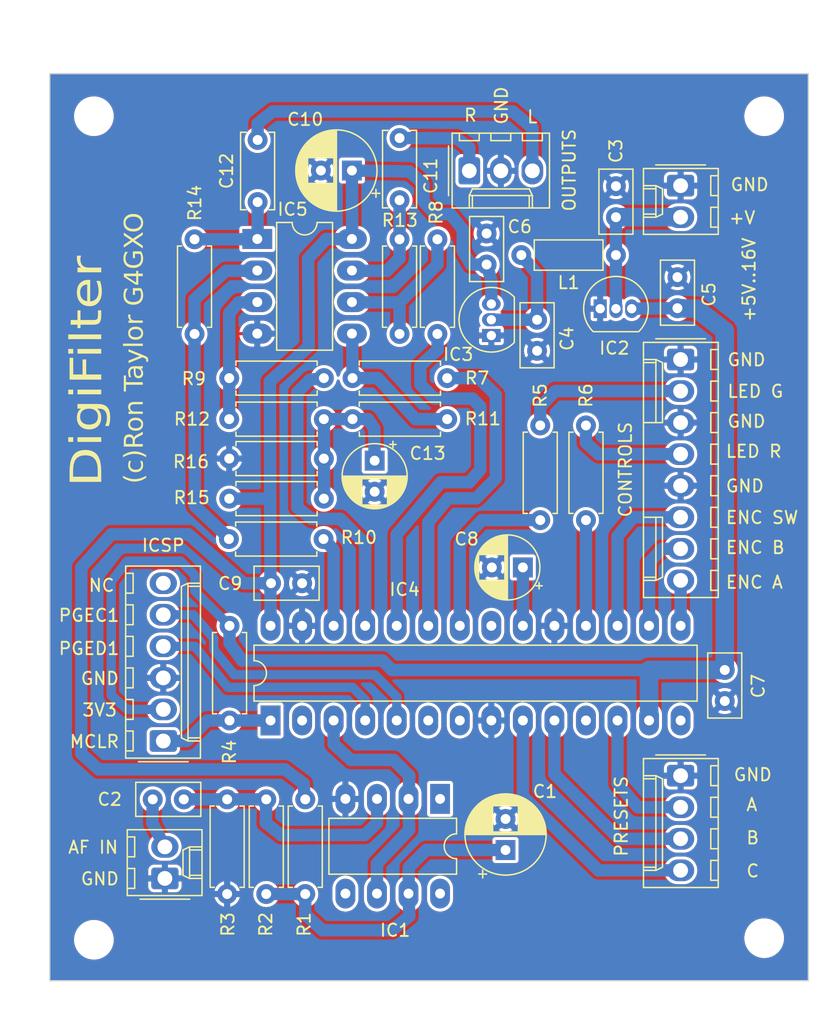
<source format=kicad_pcb>
(kicad_pcb (version 20240108) (generator "pcbnew") (generator_version "8.0")
  (layers (0 "F.Cu" signal) (31 "B.Cu" signal) (34 "B.Paste" user) (35 "F.Paste" user) (36 "B.SilkS" user "B.Silkscreen") (37 "F.SilkS" user "F.Silkscreen") (38 "B.Mask" user) (39 "F.Mask" user) (44 "Edge.Cuts" user))
  (net 0 "")
  (net 1 "+3.3V")
  (net 2 "GND")
  (net 3 "+3.3VA")
  (net 4 "MCLR")
  (net 5 "VMID")
  (net 6 "Net-(C12-Pad1)")
  (net 7 "Net-(C11-Pad1)")
  (net 10 "Net-(IC4-AN12{slash}DAC1RP{slash}RP12{slash}CN14{slash}PMD0{slash}RB12)")
  (net 11 "Net-(IC4-AN11{slash}DAC1RN{slash}RP13{slash}CN13{slash}PMRD{slash}RB13)")
  (net 12 "Net-(IC4-AN10{slash}DAC1LP{slash}RTCC{slash}RP14{slash}CN12{slash}PMWR{slash}RB14)")
  (net 13 "Net-(IC4-AN9{slash}DAC1LN{slash}RP15{slash}CN11{slash}PMCS1{slash}RB15)")
  (net 14 "Net-(IC5A--)")
  (net 15 "Net-(IC5A-+)")
  (net 16 "Net-(IC5B-+)")
  (net 17 "Net-(IC5B--)")
  (net 18 "Net-(IC1-V+)")
  (net 19 "Net-(IC1-+)")
  (net 21 "Net-(IC1--)")
  (net 27 "Net-(IC4-VCAP)")
  (net 28 "PGED1")
  (net 29 "PGEC1")
  (net 31 "Net-(IC4-PGEC2{slash}TMS{slash}RP11{slash}CN15{slash}PMD1{slash}RB11)")
  (net 32 "Net-(IC4-TDO{slash}SDA1{slash}RP9{slash}CN21{slash}PMD3{slash}RB9)")
  (net 33 "Net-(IC4-OSC1{slash}CLKI{slash}CN30{slash}RA2)")
  (net 34 "Net-(IC4-OSC2{slash}CLKO{slash}CN29{slash}PMA0{slash}RA3)")
  (net 35 "Net-(IC4-SOSCO{slash}T1CK{slash}CN0{slash}PMA1{slash}RA4)")
  (net 36 "Net-(IC2-VI)")
  (net 37 "Net-(IC3-VI)")
  (net 38 "Net-(J1-Pin_2)")
  (net 39 "Net-(J6-Pin_1)")
  (net 40 "Net-(J6-Pin_3)")
  (net 41 "Net-(IC4-PGEC3{slash}ASCL1{slash}RP6{slash}CN24{slash}PMD6{slash}RB6)")
  (net 42 "Net-(IC4-INT0{slash}RP7{slash}CN23{slash}PMD5{slash}RB7)")
  (net 43 "Net-(IC4-TCK{slash}SCL1{slash}RP8{slash}CN22{slash}PMD4{slash}RB8)")
  (net 45 "Net-(J5-Pin_4)")
  (net 46 "Net-(J5-Pin_2)")
  (footprint "Package_DIP:DIP-8_W7.62mm_LongPads" (layer "F.Cu") (at 148.2852 77.9526)
    (property "Reference" "IC5" (at 2.8448 -2.3876 0) (layer "F.SilkS"))
    (property "Value" "MCP6002")
    (pad "1" thru_hole rect (at 0 0) (size 2.4 1.6) (drill 0.8) (layers "*.Cu" "*.Mask") (net 6 "Net-(C12-Pad1)"))
    (pad "2" thru_hole oval (at 0 2.54) (size 2.4 1.6) (drill 0.8) (layers "*.Cu" "*.Mask") (net 14 "Net-(IC5A--)"))
    (pad "3" thru_hole oval (at 0 5.08) (size 2.4 1.6) (drill 0.8) (layers "*.Cu" "*.Mask") (net 15 "Net-(IC5A-+)"))
    (pad "4" thru_hole oval (at 0 7.62) (size 2.4 1.6) (drill 0.8) (layers "*.Cu" "*.Mask") (net 2 "GND"))
    (pad "5" thru_hole oval (at 7.62 7.62) (size 2.4 1.6) (drill 0.8) (layers "*.Cu" "*.Mask") (net 16 "Net-(IC5B-+)"))
    (pad "6" thru_hole oval (at 7.62 5.08) (size 2.4 1.6) (drill 0.8) (layers "*.Cu" "*.Mask") (net 17 "Net-(IC5B--)"))
    (pad "7" thru_hole oval (at 7.62 2.54) (size 2.4 1.6) (drill 0.8) (layers "*.Cu" "*.Mask") (net 7 "Net-(C11-Pad1)"))
    (pad "8" thru_hole oval (at 7.62 0) (size 2.4 1.6) (drill 0.8) (layers "*.Cu" "*.Mask") (net 3 "+3.3VA"))
  )
  (footprint "Capacitor_THT:C_Disc_D5.0mm_W2.5mm_P2.50mm" (layer "F.Cu") (at 139.867 123.063)
    (property "Reference" "C2" (at -3.469 0 0) (layer "F.SilkS"))
    (property "Value" "100nF")
    (pad "1" thru_hole circle (at 0 0) (size 1.6 1.6) (drill 0.8) (layers "*.Cu" "*.Mask") (net 38 "Net-(J1-Pin_2)"))
    (pad "2" thru_hole circle (at 2.5 0) (size 1.6 1.6) (drill 0.8) (layers "*.Cu" "*.Mask") (net 19 "Net-(IC1-+)"))
  )
  (footprint "Connector_Molex:Molex_KK-254_AE-6410-03A_1x03_P2.54mm_Vertical" (layer "F.Cu") (at 165.354 72.4662)
    (property "Reference" "J6" (hide yes))
    (property "Value" "AUDIO OUTPUTS")
    (pad "1" thru_hole roundrect (at 0 0) (size 1.74 2.19) (drill 1.19) (layers "*.Cu" "*.Mask") (roundrect_rratio 0.1436781609) (net 39 "Net-(J6-Pin_1)"))
    (pad "2" thru_hole oval (at 2.54 0) (size 1.74 2.19) (drill 1.19) (layers "*.Cu" "*.Mask") (net 2 "GND"))
    (pad "3" thru_hole oval (at 5.08 0) (size 1.74 2.19) (drill 1.19) (layers "*.Cu" "*.Mask") (net 40 "Net-(J6-Pin_3)"))
  )
  (footprint "Capacitor_THT:C_Disc_D5.0mm_W2.5mm_P2.50mm" (layer "F.Cu") (at 166.751 80.01 90)
    (property "Reference" "C6" (at 3.048 2.667 0) (layer "F.SilkS"))
    (property "Value" "100nF")
    (pad "1" thru_hole circle (at 0 0 90) (size 1.6 1.6) (drill 0.8) (layers "*.Cu" "*.Mask") (net 3 "+3.3VA"))
    (pad "2" thru_hole circle (at 2.5 0 90) (size 1.6 1.6) (drill 0.8) (layers "*.Cu" "*.Mask") (net 2 "GND"))
  )
  (footprint "Resistor_THT:R_Axial_DIN0207_L6.3mm_D2.5mm_P7.62mm_Horizontal" (layer "F.Cu") (at 155.956 92.456)
    (property "Reference" "R11" (at 10.4902 -0.0254 0) (layer "F.SilkS"))
    (property "Value" "10K")
    (pad "1" thru_hole circle (at 0 0) (size 1.6 1.6) (drill 0.8) (layers "*.Cu" "*.Mask") (net 5 "VMID"))
    (pad "2" thru_hole oval (at 7.62 0) (size 1.6 1.6) (drill 0.8) (layers "*.Cu" "*.Mask") (net 16 "Net-(IC5B-+)"))
  )
  (footprint "Resistor_THT:R_Axial_DIN0207_L6.3mm_D2.5mm_P7.62mm_Horizontal" (layer "F.Cu") (at 153.6446 92.456 180)
    (property "Reference" "R12" (at 10.6172 0 0) (layer "F.SilkS"))
    (property "Value" "10K")
    (pad "1" thru_hole circle (at 0 0 180) (size 1.6 1.6) (drill 0.8) (layers "*.Cu" "*.Mask") (net 5 "VMID"))
    (pad "2" thru_hole oval (at 7.62 0 180) (size 1.6 1.6) (drill 0.8) (layers "*.Cu" "*.Mask") (net 15 "Net-(IC5A-+)"))
  )
  (footprint "Resistor_THT:R_Axial_DIN0207_L6.3mm_D2.5mm_P7.62mm_Horizontal" (layer "F.Cu") (at 153.6192 102.108 180)
    (property "Reference" "R10" (at -2.8448 0.127 0) (layer "F.SilkS"))
    (property "Value" "10K")
    (pad "1" thru_hole circle (at 0 0 180) (size 1.6 1.6) (drill 0.8) (layers "*.Cu" "*.Mask") (net 13 "Net-(IC4-AN9{slash}DAC1LN{slash}RP15{slash}CN11{slash}PMCS1{slash}RB15)"))
    (pad "2" thru_hole oval (at 7.62 0 180) (size 1.6 1.6) (drill 0.8) (layers "*.Cu" "*.Mask") (net 14 "Net-(IC5A--)"))
  )
  (footprint "Resistor_THT:R_Axial_DIN0207_L6.3mm_D2.5mm_P7.62mm_Horizontal" (layer "F.Cu") (at 163.576 89.154 180)
    (property "Reference" "R7" (at -2.413 0 0) (layer "F.SilkS"))
    (property "Value" "10K")
    (pad "1" thru_hole circle (at 0 0 180) (size 1.6 1.6) (drill 0.8) (layers "*.Cu" "*.Mask") (net 10 "Net-(IC4-AN12{slash}DAC1RP{slash}RP12{slash}CN14{slash}PMD0{slash}RB12)"))
    (pad "2" thru_hole oval (at 7.62 0 180) (size 1.6 1.6) (drill 0.8) (layers "*.Cu" "*.Mask") (net 16 "Net-(IC5B-+)"))
  )
  (footprint "Capacitor_THT:C_Disc_D6.0mm_W2.5mm_P5.00mm" (layer "F.Cu") (at 148.3106 74.9808 90)
    (property "Reference" "C12" (at 2.5 -2.5 90) (layer "F.SilkS"))
    (property "Value" "0.47uF")
    (pad "1" thru_hole circle (at 0 0 90) (size 1.6 1.6) (drill 0.8) (layers "*.Cu" "*.Mask") (net 6 "Net-(C12-Pad1)"))
    (pad "2" thru_hole circle (at 5 0 90) (size 1.6 1.6) (drill 0.8) (layers "*.Cu" "*.Mask") (net 40 "Net-(J6-Pin_3)"))
  )
  (footprint "Connector_Molex:Molex_KK-254_AE-6410-04A_1x04_P2.54mm_Vertical" (layer "F.Cu") (at 182.372 121.158 -90)
    (property "Reference" "J3" (hide yes))
    (property "Value" "PRESETS")
    (pad "1" thru_hole roundrect (at 0 0 270) (size 1.74 2.19) (drill 1.19) (layers "*.Cu" "*.Mask") (roundrect_rratio 0.1436781609) (net 2 "GND"))
    (pad "2" thru_hole oval (at 2.54 0 270) (size 1.74 2.19) (drill 1.19) (layers "*.Cu" "*.Mask") (net 35 "Net-(IC4-SOSCO{slash}T1CK{slash}CN0{slash}PMA1{slash}RA4)"))
    (pad "3" thru_hole oval (at 5.08 0 270) (size 1.74 2.19) (drill 1.19) (layers "*.Cu" "*.Mask") (net 34 "Net-(IC4-OSC2{slash}CLKO{slash}CN29{slash}PMA0{slash}RA3)"))
    (pad "4" thru_hole oval (at 7.62 0 270) (size 1.74 2.19) (drill 1.19) (layers "*.Cu" "*.Mask") (net 33 "Net-(IC4-OSC1{slash}CLKI{slash}CN30{slash}RA2)"))
  )
  (footprint "Package_TO_SOT_THT:TO-92_Inline" (layer "F.Cu") (at 167.132 85.725 90)
    (property "Reference" "IC3" (at -1.524 -2.667 180) (layer "F.SilkS"))
    (property "Value" "MCP1702 +3V3")
    (pad "1" thru_hole rect (at 0 0 90) (size 1.05 1.5) (drill 0.75) (layers "*.Cu" "*.Mask") (net 2 "GND"))
    (pad "2" thru_hole oval (at 1.27 0 90) (size 1.05 1.5) (drill 0.75) (layers "*.Cu" "*.Mask") (net 37 "Net-(IC3-VI)"))
    (pad "3" thru_hole oval (at 2.54 0 90) (size 1.05 1.5) (drill 0.75) (layers "*.Cu" "*.Mask") (net 3 "+3.3VA"))
  )
  (footprint "Connector_Molex:Molex_KK-254_AE-6410-02A_1x02_P2.54mm_Vertical" (layer "F.Cu") (at 140.843 129.428 90)
    (property "Reference" "J1" (hide yes))
    (property "Value" "AF IN")
    (pad "1" thru_hole roundrect (at 0 0 90) (size 1.74 2.19) (drill 1.19) (layers "*.Cu" "*.Mask") (roundrect_rratio 0.1436781609) (net 2 "GND"))
    (pad "2" thru_hole oval (at 2.54 0 90) (size 1.74 2.19) (drill 1.19) (layers "*.Cu" "*.Mask") (net 38 "Net-(J1-Pin_2)"))
  )
  (footprint "MountingHole:MountingHole_2.7mm_M2.5" (layer "F.Cu") (at 189.103 134.239)
    (property "Reference" "H3" (hide yes))
    (property "Value" "MountingHole")
    (pad "" np_thru_hole circle (at 0 0) (size 2.7 2.7) (drill 2.7) (layers "*.Cu" "*.Mask"))
  )
  (footprint "Resistor_THT:R_Axial_DIN0207_L6.3mm_D2.5mm_P7.62mm_Horizontal" (layer "F.Cu") (at 174.752 100.584 90)
    (property "Reference" "R6" (at 10.033 0 90) (layer "F.SilkS"))
    (property "Value" "390R")
    (pad "1" thru_hole circle (at 0 0 90) (size 1.6 1.6) (drill 0.8) (layers "*.Cu" "*.Mask") (net 32 "Net-(IC4-TDO{slash}SDA1{slash}RP9{slash}CN21{slash}PMD3{slash}RB9)"))
    (pad "2" thru_hole oval (at 7.62 0 90) (size 1.6 1.6) (drill 0.8) (layers "*.Cu" "*.Mask") (net 45 "Net-(J5-Pin_4)"))
  )
  (footprint "Resistor_THT:R_Axial_DIN0207_L6.3mm_D2.5mm_P7.62mm_Horizontal" (layer "F.Cu") (at 145.8576 123.063 -90)
    (property "Reference" "R3" (at 10.0688 -0.0654 90) (layer "F.SilkS"))
    (property "Value" "10K" (hide yes))
    (pad "1" thru_hole circle (at 0 0 270) (size 1.6 1.6) (drill 0.8) (layers "*.Cu" "*.Mask") (net 19 "Net-(IC1-+)"))
    (pad "2" thru_hole oval (at 7.62 0 270) (size 1.6 1.6) (drill 0.8) (layers "*.Cu" "*.Mask") (net 2 "GND"))
  )
  (footprint "Resistor_THT:R_Axial_DIN0207_L6.3mm_D2.5mm_P7.62mm_Horizontal" (layer "F.Cu") (at 159.7406 77.978 -90)
    (property "Reference" "R13" (at -1.524 -0.0254 0) (layer "F.SilkS"))
    (property "Value" "10K")
    (pad "1" thru_hole circle (at 0 0 270) (size 1.6 1.6) (drill 0.8) (layers "*.Cu" "*.Mask") (net 7 "Net-(C11-Pad1)"))
    (pad "2" thru_hole oval (at 7.62 0 270) (size 1.6 1.6) (drill 0.8) (layers "*.Cu" "*.Mask") (net 17 "Net-(IC5B--)"))
  )
  (footprint "Capacitor_THT:CP_Radial_D5.0mm_P2.50mm" (layer "F.Cu") (at 157.734 95.798 -90)
    (property "Reference" "C13" (at -0.5842 -4.2672 180) (layer "F.SilkS"))
    (property "Value" "10uF")
    (pad "1" thru_hole rect (at 0 0 270) (size 1.6 1.6) (drill 0.8) (layers "*.Cu" "*.Mask") (net 5 "VMID"))
    (pad "2" thru_hole circle (at 2.5 0 270) (size 1.6 1.6) (drill 0.8) (layers "*.Cu" "*.Mask") (net 2 "GND"))
  )
  (footprint "Capacitor_THT:C_Disc_D5.0mm_W2.5mm_P2.50mm" (layer "F.Cu") (at 170.815 84.455 -90)
    (property "Reference" "C4" (at 1.524 -2.413 90) (layer "F.SilkS"))
    (property "Value" "100nF")
    (pad "1" thru_hole circle (at 0 0 270) (size 1.6 1.6) (drill 0.8) (layers "*.Cu" "*.Mask") (net 37 "Net-(IC3-VI)"))
    (pad "2" thru_hole circle (at 2.5 0 270) (size 1.6 1.6) (drill 0.8) (layers "*.Cu" "*.Mask") (net 2 "GND"))
  )
  (footprint "Resistor_THT:R_Axial_DIN0207_L6.3mm_D2.5mm_P7.62mm_Horizontal" (layer "F.Cu") (at 171.069 100.584 90)
    (property "Reference" "R5" (at 10.033 0 90) (layer "F.SilkS"))
    (property "Value" "390R")
    (pad "1" thru_hole circle (at 0 0 90) (size 1.6 1.6) (drill 0.8) (layers "*.Cu" "*.Mask") (net 31 "Net-(IC4-PGEC2{slash}TMS{slash}RP11{slash}CN15{slash}PMD1{slash}RB11)"))
    (pad "2" thru_hole oval (at 7.62 0 90) (size 1.6 1.6) (drill 0.8) (layers "*.Cu" "*.Mask") (net 46 "Net-(J5-Pin_2)"))
  )
  (footprint "Capacitor_THT:C_Disc_D5.0mm_W2.5mm_P2.50mm" (layer "F.Cu") (at 177.165 76.2 90)
    (property "Reference" "C3" (at 5.334 0 90) (layer "F.SilkS"))
    (property "Value" "100nF")
    (pad "1" thru_hole circle (at 0 0 90) (size 1.6 1.6) (drill 0.8) (layers "*.Cu" "*.Mask") (net 36 "Net-(IC2-VI)"))
    (pad "2" thru_hole circle (at 2.5 0 90) (size 1.6 1.6) (drill 0.8) (layers "*.Cu" "*.Mask") (net 2 "GND"))
  )
  (footprint "Resistor_THT:R_Axial_DIN0207_L6.3mm_D2.5mm_P7.62mm_Horizontal" (layer "F.Cu") (at 146.05 109.093 -90)
    (property "Reference" "R4" (at 10.16 0 90) (layer "F.SilkS"))
    (property "Value" "10K")
    (pad "1" thru_hole circle (at 0 0 270) (size 1.6 1.6) (drill 0.8) (layers "*.Cu" "*.Mask") (net 1 "+3.3V"))
    (pad "2" thru_hole oval (at 7.62 0 270) (size 1.6 1.6) (drill 0.8) (layers "*.Cu" "*.Mask") (net 4 "MCLR"))
  )
  (footprint "Resistor_THT:R_Axial_DIN0207_L6.3mm_D2.5mm_P7.62mm_Horizontal" (layer "F.Cu") (at 143.2306 85.598 90)
    (property "Reference" "R14" (at 10.541 0.0254 90) (layer "F.SilkS"))
    (property "Value" "10K")
    (pad "1" thru_hole circle (at 0 0 90) (size 1.6 1.6) (drill 0.8) (layers "*.Cu" "*.Mask") (net 14 "Net-(IC5A--)"))
    (pad "2" thru_hole oval (at 7.62 0 90) (size 1.6 1.6) (drill 0.8) (layers "*.Cu" "*.Mask") (net 6 "Net-(C12-Pad1)"))
  )
  (footprint "Connector_Molex:Molex_KK-254_AE-6410-02A_1x02_P2.54mm_Vertical" (layer "F.Cu") (at 182.372 73.66 -90)
    (property "Reference" "J2" (hide yes))
    (property "Value" "POWER")
    (pad "1" thru_hole roundrect (at 0 0 270) (size 1.74 2.19) (drill 1.19) (layers "*.Cu" "*.Mask") (roundrect_rratio 0.1436781609) (net 2 "GND"))
    (pad "2" thru_hole oval (at 2.54 0 270) (size 1.74 2.19) (drill 1.19) (layers "*.Cu" "*.Mask") (net 36 "Net-(IC2-VI)"))
  )
  (footprint "Resistor_THT:R_Axial_DIN0207_L6.3mm_D2.5mm_P7.62mm_Horizontal" (layer "F.Cu") (at 153.6446 89.154 180)
    (property "Reference" "R9" (at 10.4648 -0.0508 0) (layer "F.SilkS"))
    (property "Value" "10K")
    (pad "1" thru_hole circle (at 0 0 180) (size 1.6 1.6) (drill 0.8) (layers "*.Cu" "*.Mask") (net 12 "Net-(IC4-AN10{slash}DAC1LP{slash}RTCC{slash}RP14{slash}CN12{slash}PMWR{slash}RB14)"))
    (pad "2" thru_hole oval (at 7.62 0 180) (size 1.6 1.6) (drill 0.8) (layers "*.Cu" "*.Mask") (net 15 "Net-(IC5A-+)"))
  )
  (footprint "Capacitor_THT:CP_Radial_D6.3mm_P2.50mm" (layer "F.Cu") (at 155.9052 72.4408 180)
    (property "Reference" "C10" (at 3.7592 4.1148 180) (layer "F.SilkS"))
    (property "Value" "100uF")
    (pad "1" thru_hole rect (at 0 0 180) (size 1.6 1.6) (drill 0.8) (layers "*.Cu" "*.Mask") (net 3 "+3.3VA"))
    (pad "2" thru_hole circle (at 2.5 0 180) (size 1.6 1.6) (drill 0.8) (layers "*.Cu" "*.Mask") (net 2 "GND"))
  )
  (footprint "Capacitor_THT:CP_Radial_D6.3mm_P2.50mm" (layer "F.Cu") (at 168.275 127.142 90)
    (property "Reference" "C1" (at 4.714 3.175 180) (layer "F.SilkS"))
    (property "Value" "100uF")
    (pad "1" thru_hole rect (at 0 0 90) (size 1.6 1.6) (drill 0.8) (layers "*.Cu" "*.Mask") (net 18 "Net-(IC1-V+)"))
    (pad "2" thru_hole circle (at 2.5 0 90) (size 1.6 1.6) (drill 0.8) (layers "*.Cu" "*.Mask") (net 2 "GND"))
  )
  (footprint "MountingHole:MountingHole_2.7mm_M2.5" (layer "F.Cu") (at 135.128 68.072)
    (property "Reference" "H1" (hide yes))
    (property "Value" "MountingHole")
    (pad "" np_thru_hole circle (at 0 0) (size 2.7 2.7) (drill 2.7) (layers "F&B.Cu" "*.Mask"))
  )
  (footprint "Resistor_THT:R_Axial_DIN0207_L6.3mm_D2.5mm_P7.62mm_Horizontal" (layer "F.Cu") (at 162.7886 85.598 90)
    (property "Reference" "R8" (at 9.779 -0.1016 90) (layer "F.SilkS"))
    (property "Value" "10K")
    (pad "1" thru_hole circle (at 0 0 90) (size 1.6 1.6) (drill 0.8) (layers "*.Cu" "*.Mask") (net 11 "Net-(IC4-AN11{slash}DAC1RN{slash}RP13{slash}CN13{slash}PMRD{slash}RB13)"))
    (pad "2" thru_hole oval (at 7.62 0 90) (size 1.6 1.6) (drill 0.8) (layers "*.Cu" "*.Mask") (net 17 "Net-(IC5B--)"))
  )
  (footprint "Resistor_THT:R_Axial_DIN0207_L6.3mm_D2.5mm_P7.62mm_Horizontal" (layer "F.Cu") (at 152.146 123.063 -90)
    (property "Reference" "R1" (at 10.0688 0.087 -90) (layer "F.SilkS"))
    (property "Value" "100R")
    (pad "1" thru_hole circle (at 0 0 270) (size 1.6 1.6) (drill 0.8) (layers "*.Cu" "*.Mask") (net 3 "+3.3VA"))
    (pad "2" thru_hole oval (at 7.62 0 270) (size 1.6 1.6) (drill 0.8) (layers "*.Cu" "*.Mask") (net 18 "Net-(IC1-V+)"))
  )
  (footprint "Package_DIP:DIP-28_W7.62mm_LongPads" (layer "F.Cu") (at 149.352 116.713 90)
    (property "Reference" "IC4" (at 10.541 10.795 180) (layer "F.SilkS"))
    (property "Value" "DSPIC33FJ128GP802")
    (pad "1" thru_hole rect (at 0 0 90) (size 2.4 1.6) (drill 0.8) (layers "*.Cu" "*.Mask") (net 4 "MCLR"))
    (pad "2" thru_hole oval (at 0 2.54 90) (size 2.4 1.6) (drill 0.8) (layers "*.Cu" "*.Mask"))
    (pad "3" thru_hole oval (at 0 5.08 90) (size 2.4 1.6) (drill 0.8) (layers "*.Cu" "*.Mask") (net 21 "Net-(IC1--)"))
    (pad "4" thru_hole oval (at 0 7.62 90) (size 2.4 1.6) (drill 0.8) (layers "*.Cu" "*.Mask") (net 28 "PGED1"))
    (pad "5" thru_hole oval (at 0 10.16 90) (size 2.4 1.6) (drill 0.8) (layers "*.Cu" "*.Mask") (net 29 "PGEC1"))
    (pad "6" thru_hole oval (at 0 12.7 90) (size 2.4 1.6) (drill 0.8) (layers "*.Cu" "*.Mask"))
    (pad "7" thru_hole oval (at 0 15.24 90) (size 2.4 1.6) (drill 0.8) (layers "*.Cu" "*.Mask"))
    (pad "8" thru_hole oval (at 0 17.78 90) (size 2.4 1.6) (drill 0.8) (layers "*.Cu" "*.Mask") (net 2 "GND"))
    (pad "9" thru_hole oval (at 0 20.32 90) (size 2.4 1.6) (drill 0.8) (layers "*.Cu" "*.Mask") (net 33 "Net-(IC4-OSC1{slash}CLKI{slash}CN30{slash}RA2)"))
    (pad "10" thru_hole oval (at 0 22.86 90) (size 2.4 1.6) (drill 0.8) (layers "*.Cu" "*.Mask") (net 34 "Net-(IC4-OSC2{slash}CLKO{slash}CN29{slash}PMA0{slash}RA3)"))
    (pad "11" thru_hole oval (at 0 25.4 90) (size 2.4 1.6) (drill 0.8) (layers "*.Cu" "*.Mask"))
    (pad "12" thru_hole oval (at 0 27.94 90) (size 2.4 1.6) (drill 0.8) (layers "*.Cu" "*.Mask") (net 35 "Net-(IC4-SOSCO{slash}T1CK{slash}CN0{slash}PMA1{slash}RA4)"))
    (pad "13" thru_hole oval (at 0 30.48 90) (size 2.4 1.6) (drill 0.8) (layers "*.Cu" "*.Mask") (net 1 "+3.3V"))
    (pad "14" thru_hole oval (at 0 33.02 90) (size 2.4 1.6) (drill 0.8) (layers "*.Cu" "*.Mask"))
    (pad "15" thru_hole oval (at 7.62 33.02 90) (size 2.4 1.6) (drill 0.8) (layers "*.Cu" "*.Mask") (net 41 "Net-(IC4-PGEC3{slash}ASCL1{slash}RP6{slash}CN24{slash}PMD6{slash}RB6)"))
    (pad "16" thru_hole oval (at 7.62 30.48 90) (size 2.4 1.6) (drill 0.8) (layers "*.Cu" "*.Mask") (net 42 "Net-(IC4-INT0{slash}RP7{slash}CN23{slash}PMD5{slash}RB7)"))
    (pad "17" thru_hole oval (at 7.62 27.94 90) (size 2.4 1.6) (drill 0.8) (layers "*.Cu" "*.Mask") (net 43 "Net-(IC4-TCK{slash}SCL1{slash}RP8{slash}CN22{slash}PMD4{slash}RB8)"))
    (pad "18" thru_hole oval (at 7.62 25.4 90) (size 2.4 1.6) (drill 0.8) (layers "*.Cu" "*.Mask") (net 32 "Net-(IC4-TDO{slash}SDA1{slash}RP9{slash}CN21{slash}PMD3{slash}RB9)"))
    (pad "19" thru_hole oval (at 7.62 22.86 90) (size 2.4 1.6) (drill 0.8) (layers "*.Cu" "*.Mask") (net 2 "GND"))
    (pad "20" thru_hole oval (at 7.62 20.32 90) (size 2.4 1.6) (drill 0.8) (layers "*.Cu" "*.Mask") (net 27 "Net-(IC4-VCAP)"))
    (pad "21" thru_hole oval (at 7.62 17.78 90) (size 2.4 1.6) (drill 0.8) (layers "*.Cu" "*.Mask"))
    (pad "22" thru_hole oval (at 7.62 15.24 90) (size 2.4 1.6) (drill 0.8) (layers "*.Cu" "*.Mask") (net 31 "Net-(IC4-PGEC2{slash}TMS{slash}RP11{slash}CN15{slash}PMD1{slash}RB11)"))
    (pad "23" thru_hole oval (at 7.62 12.7 90) (size 2.4 1.6) (drill 0.8) (layers "*.Cu" "*.Mask") (net 10 "Net-(IC4-AN12{slash}DAC1RP{slash}RP12{slash}CN14{slash}PMD0{slash}RB12)"))
    (pad "24" thru_hole oval (at 7.62 10.16 90) (size 2.4 1.6) (drill 0.8) (layers "*.Cu" "*.Mask") (net 11 "Net-(IC4-AN11{slash}DAC1RN{slash}RP13{slash}CN13{slash}PMRD{slash}RB13)"))
    (pad "25" thru_hole oval (at 7.62 7.62 90) (size 2.4 1.6) (drill 0.8) (layers "*.Cu" "*.Mask") (net 12 "Net-(IC4-AN10{slash}DAC1LP{slash}RTCC{slash}RP14{slash}CN12{slash}PMWR{slash}RB14)"))
    (pad "26" thru_hole oval (at 7.62 5.08 90) (size 2.4 1.6) (drill 0.8) (layers "*.Cu" "*.Mask") (net 13 "Net-(IC4-AN9{slash}DAC1LN{slash}RP15{slash}CN11{slash}PMCS1{slash}RB15)"))
    (pad "27" thru_hole oval (at 7.62 2.54 90) (size 2.4 1.6) (drill 0.8) (layers "*.Cu" "*.Mask") (net 2 "GND"))
    (pad "28" thru_hole oval (at 7.62 0 90) (size 2.4 1.6) (drill 0.8) (layers "*.Cu" "*.Mask") (net 3 "+3.3VA"))
  )
  (footprint "Resistor_THT:R_Axial_DIN0207_L6.3mm_D2.5mm_P7.62mm_Horizontal" (layer "F.Cu") (at 153.6446 95.631 180)
    (property "Reference" "R16" (at 10.6934 -0.254 0) (layer "F.SilkS"))
    (property "Value" "10K")
    (pad "1" thru_hole circle (at 0 0 180) (size 1.6 1.6) (drill 0.8) (layers "*.Cu" "*.Mask") (net 5 "VMID"))
    (pad "2" thru_hole oval (at 7.62 0 180) (size 1.6 1.6) (drill 0.8) (layers "*.Cu" "*.Mask") (net 2 "GND"))
  )
  (footprint "Capacitor_THT:C_Disc_D6.0mm_W2.5mm_P5.00mm" (layer "F.Cu") (at 159.7406 74.8284 90)
    (property "Reference" "C11" (at 1.9558 2.5146 90) (layer "F.SilkS"))
    (property "Value" "0.47uF")
    (pad "1" thru_hole circle (at 0 0 90) (size 1.6 1.6) (drill 0.8) (layers "*.Cu" "*.Mask") (net 7 "Net-(C11-Pad1)"))
    (pad "2" thru_hole circle (at 5 0 90) (size 1.6 1.6) (drill 0.8) (layers "*.Cu" "*.Mask") (net 39 "Net-(J6-Pin_1)"))
  )
  (footprint "Capacitor_THT:C_Disc_D5.0mm_W2.5mm_P2.50mm" (layer "F.Cu") (at 185.928 115.149 90)
    (property "Reference" "C7" (at 1.2046 2.6924 90) (layer "F.SilkS"))
    (property "Value" "100nF")
    (pad "1" thru_hole circle (at 0 0 90) (size 1.6 1.6) (drill 0.8) (layers "*.Cu" "*.Mask") (net 2 "GND"))
    (pad "2" thru_hole circle (at 2.5 0 90) (size 1.6 1.6) (drill 0.8) (layers "*.Cu" "*.Mask") (net 1 "+3.3V"))
  )
  (footprint "MountingHole:MountingHole_2.7mm_M2.5" (layer "F.Cu") (at 189.103 68.072)
    (property "Reference" "H4" (hide yes))
    (property "Value" "MountingHole")
    (pad "" np_thru_hole circle (at 0 0) (size 2.7 2.7) (drill 2.7) (layers "F&B.Cu" "*.Mask"))
  )
  (footprint "MountingHole:MountingHole_2.7mm_M2.5" (layer "F.Cu") (at 135.128 134.366)
    (property "Reference" "H2" (hide yes))
    (property "Value" "MountingHole")
    (pad "" np_thru_hole circle (at 0 0) (size 2.7 2.7) (drill 2.7) (layers "F&B.Cu" "*.Mask"))
  )
  (footprint "Connector_Molex:Molex_KK-254_AE-6410-08A_1x08_P2.54mm_Vertical" (layer "F.Cu") (at 182.372 87.6554 -90)
    (property "Reference" "J5" (hide yes))
    (property "Value" "CONTROLS" (at 8.8646 4.445 90) (layer "F.SilkS"))
    (pad "1" thru_hole roundrect (at 0 0 270) (size 1.74 2.19) (drill 1.19) (layers "*.Cu" "*.Mask") (roundrect_rratio 0.1436781609) (net 2 "GND"))
    (pad "2" thru_hole oval (at 2.54 0 270) (size 1.74 2.19) (drill 1.19) (layers "*.Cu" "*.Mask") (net 46 "Net-(J5-Pin_2)"))
    (pad "3" thru_hole oval (at 5.08 0 270) (size 1.74 2.19) (drill 1.19) (layers "*.Cu" "*.Mask") (net 2 "GND"))
    (pad "4" thru_hole oval (at 7.62 0 270) (size 1.74 2.19) (drill 1.19) (layers "*.Cu" "*.Mask") (net 45 "Net-(J5-Pin_4)"))
    (pad "5" thru_hole oval (at 10.16 0 270) (size 1.74 2.19) (drill 1.19) (layers "*.Cu" "*.Mask") (net 2 "GND"))
    (pad "6" thru_hole oval (at 12.7 0 270) (size 1.74 2.19) (drill 1.19) (layers "*.Cu" "*.Mask") (net 43 "Net-(IC4-TCK{slash}SCL1{slash}RP8{slash}CN22{slash}PMD4{slash}RB8)"))
    (pad "7" thru_hole oval (at 15.24 0 270) (size 1.74 2.19) (drill 1.19) (layers "*.Cu" "*.Mask") (net 42 "Net-(IC4-INT0{slash}RP7{slash}CN23{slash}PMD5{slash}RB7)"))
    (pad "8" thru_hole oval (at 17.78 0 270) (size 1.74 2.19) (drill 1.19) (layers "*.Cu" "*.Mask") (net 41 "Net-(IC4-PGEC3{slash}ASCL1{slash}RP6{slash}CN24{slash}PMD6{slash}RB6)"))
  )
  (footprint "Capacitor_THT:C_Disc_D5.0mm_W2.5mm_P2.50mm" (layer "F.Cu") (at 149.392 105.664)
    (property "Reference" "C9" (at -3.2912 0.0254 0) (layer "F.SilkS"))
    (property "Value" "100nF")
    (pad "1" thru_hole circle (at 0 0) (size 1.6 1.6) (drill 0.8) (layers "*.Cu" "*.Mask") (net 3 "+3.3VA"))
    (pad "2" thru_hole circle (at 2.5 0) (size 1.6 1.6) (drill 0.8) (layers "*.Cu" "*.Mask") (net 2 "GND"))
  )
  (footprint "Capacitor_THT:CP_Radial_D5.0mm_P2.50mm" (layer "F.Cu") (at 169.672 104.394 180)
    (property "Reference" "C8" (at 4.532 2.286 0) (layer "F.SilkS"))
    (property "Value" "10uF")
    (pad "1" thru_hole rect (at 0 0 180) (size 1.6 1.6) (drill 0.8) (layers "*.Cu" "*.Mask") (net 27 "Net-(IC4-VCAP)"))
    (pad "2" thru_hole circle (at 2.5 0 180) (size 1.6 1.6) (drill 0.8) (layers "*.Cu" "*.Mask") (net 2 "GND"))
  )
  (footprint "Inductor_THT:L_Axial_L5.3mm_D2.2mm_P7.62mm_Horizontal_Vishay_IM-1" (layer "F.Cu") (at 177.165 79.248 180)
    (property "Reference" "L1" (at 3.81 -2.22 0) (layer "F.SilkS"))
    (property "Value" "SEE_TEXT")
    (pad "1" thru_hole circle (at 0 0 180) (size 1.6 1.6) (drill 0.8) (layers "*.Cu" "*.Mask") (net 36 "Net-(IC2-VI)"))
    (pad "2" thru_hole oval (at 7.62 0 180) (size 1.6 1.6) (drill 0.8) (layers "*.Cu" "*.Mask") (net 37 "Net-(IC3-VI)"))
  )
  (footprint "Connector_Molex:Molex_KK-254_AE-6410-06A_1x06_P2.54mm_Vertical" (layer "F.Cu") (at 140.716 118.364 90)
    (property "Reference" "J4" (hide yes))
    (property "Value" "ICSP" (at 15.748 0 180) (layer "F.SilkS"))
    (pad "1" thru_hole roundrect (at 0 0 90) (size 1.74 2.19) (drill 1.19) (layers "*.Cu" "*.Mask") (roundrect_rratio 0.1436781609) (net 4 "MCLR"))
    (pad "2" thru_hole oval (at 2.54 0 90) (size 1.74 2.19) (drill 1.19) (layers "*.Cu" "*.Mask") (net 1 "+3.3V"))
    (pad "3" thru_hole oval (at 5.08 0 90) (size 1.74 2.19) (drill 1.19) (layers "*.Cu" "*.Mask") (net 2 "GND"))
    (pad "4" thru_hole oval (at 7.62 0 90) (size 1.74 2.19) (drill 1.19) (layers "*.Cu" "*.Mask") (net 28 "PGED1"))
    (pad "5" thru_hole oval (at 10.16 0 90) (size 1.74 2.19) (drill 1.19) (layers "*.Cu" "*.Mask") (net 29 "PGEC1"))
    (pad "6" thru_hole oval (at 12.7 0 90) (size 1.74 2.19) (drill 1.19) (layers "*.Cu" "*.Mask"))
  )
  (footprint "Resistor_THT:R_Axial_DIN0207_L6.3mm_D2.5mm_P7.62mm_Horizontal" (layer "F.Cu") (at 146.0246 98.8568)
    (property "Reference" "R15" (at -3.0226 -0.0762 0) (layer "F.SilkS"))
    (property "Value" "10K")
    (pad "1" thru_hole circle (at 0 0) (size 1.6 1.6) (drill 0.8) (layers "*.Cu" "*.Mask") (net 3 "+3.3VA"))
    (pad "2" thru_hole oval (at 7.62 0) (size 1.6 1.6) (drill 0.8) (layers "*.Cu" "*.Mask") (net 5 "VMID"))
  )
  (footprint "Resistor_THT:R_Axial_DIN0207_L6.3mm_D2.5mm_P7.62mm_Horizontal" (layer "F.Cu") (at 149.0072 130.683 90)
    (property "Reference" "R2" (at -2.4488 -0.0362 90) (layer "F.SilkS"))
    (property "Value" "10K")
    (pad "1" thru_hole circle (at 0 0 90) (size 1.6 1.6) (drill 0.8) (layers "*.Cu" "*.Mask") (net 18 "Net-(IC1-V+)"))
    (pad "2" thru_hole oval (at 7.62 0 90) (size 1.6 1.6) (drill 0.8) (layers "*.Cu" "*.Mask") (net 19 "Net-(IC1-+)"))
  )
  (footprint "Package_DIP:DIP-8_W7.62mm_LongPads" (layer "F.Cu") (at 163.0026 123.0272 -90)
    (property "Reference" "IC1" (at 10.5768 3.6176 0) (layer "F.SilkS"))
    (property "Value" "MCP616-P")
    (pad "1" thru_hole rect (at 0 0 270) (size 2.4 1.6) (drill 0.8) (layers "*.Cu" "*.Mask"))
    (pad "2" thru_hole oval (at 0 2.54 270) (size 2.4 1.6) (drill 0.8) (layers "*.Cu" "*.Mask") (net 21 "Net-(IC1--)"))
    (pad "3" thru_hole oval (at 0 5.08 270) (size 2.4 1.6) (drill 0.8) (layers "*.Cu" "*.Mask") (net 19 "Net-(IC1-+)"))
    (pad "4" thru_hole oval (at 0 7.62 270) (size 2.4 1.6) (drill 0.8) (layers "*.Cu" "*.Mask") (net 2 "GND"))
    (pad "5" thru_hole oval (at 7.62 7.62 270) (size 2.4 1.6) (drill 0.8) (layers "*.Cu" "*.Mask"))
    (pad "6" thru_hole oval (at 7.62 5.08 270) (size 2.4 1.6) (drill 0.8) (layers "*.Cu" "*.Mask") (net 21 "Net-(IC1--)"))
    (pad "7" thru_hole oval (at 7.62 2.54 270) (size 2.4 1.6) (drill 0.8) (layers "*.Cu" "*.Mask") (net 18 "Net-(IC1-V+)"))
    (pad "8" thru_hole oval (at 7.62 0 270) (size 2.4 1.6) (drill 0.8) (layers "*.Cu" "*.Mask"))
  )
  (footprint "Capacitor_THT:C_Disc_D5.0mm_W2.5mm_P2.50mm" (layer "F.Cu") (at 182.118 83.526 90)
    (property "Reference" "C5" (at 1.103 2.54 90) (layer "F.SilkS"))
    (property "Value" "100nF")
    (pad "1" thru_hole circle (at 0 0 90) (size 1.6 1.6) (drill 0.8) (layers "*.Cu" "*.Mask") (net 1 "+3.3V"))
    (pad "2" thru_hole circle (at 2.5 0 90) (size 1.6 1.6) (drill 0.8) (layers "*.Cu" "*.Mask") (net 2 "GND"))
  )
  (footprint "Package_TO_SOT_THT:TO-92_Inline" (layer "F.Cu") (at 175.895 83.566)
    (property "Reference" "IC2" (at 1.143 3.175 180) (layer "F.SilkS"))
    (property "Value" "MCP1702  3V3")
    (pad "1" thru_hole rect (at 0 0) (size 1.05 1.5) (drill 0.75) (layers "*.Cu" "*.Mask") (net 2 "GND"))
    (pad "2" thru_hole oval (at 1.27 0) (size 1.05 1.5) (drill 0.75) (layers "*.Cu" "*.Mask") (net 36 "Net-(IC2-VI)"))
    (pad "3" thru_hole oval (at 2.54 0) (size 1.05 1.5) (drill 0.75) (layers "*.Cu" "*.Mask") (net 1 "+3.3V"))
  )
  (gr_rect (start 131.572 64.643) (end 192.659 137.668) (stroke (width 0.1)) (fill none) (layer "Edge.Cuts"))
  (gr_text "GND" (at 186.055 93.218 0) (layer "F.SilkS") (effects (font (size 1 1)) (justify left bottom)))
  (gr_text "LED G" (at 186.055 90.805 0) (layer "F.SilkS") (effects (font (size 1 1)) (justify left bottom)))
  (gr_text "PRESETS" (at 178.181 127.762 90) (layer "F.SilkS") (effects (font (size 1 1)) (justify left bottom)))
  (gr_text "ENC B" (at 185.928 103.378 0) (layer "F.SilkS") (effects (font (size 1 1)) (justify left bottom)))
  (gr_text "3V3" (at 134.112 116.459 0) (layer "F.SilkS") (effects (font (size 1 1)) (justify left bottom)))
  (gr_text "GND" (at 133.985 113.919 0) (layer "F.SilkS") (effects (font (size 1 1)) (justify left bottom)))
  (gr_text "GND" (at 186.309 74.168 0) (layer "F.SilkS") (effects (font (size 1 1)) (justify left bottom)))
  (gr_text "OUTPUTS" (at 173.99 75.819 90) (layer "F.SilkS") (effects (font (size 1 1)) (justify left bottom)))
  (gr_text "GND" (at 168.529 68.834 90) (layer "F.SilkS") (effects (font (size 1 1)) (justify left bottom)))
  (gr_text "ENC SW" (at 185.928 100.965 0) (layer "F.SilkS") (effects (font (size 1 1)) (justify left bottom)))
  (gr_text "ENC A" (at 185.928 106.172 0) (layer "F.SilkS") (effects (font (size 1 1)) (justify left bottom)))
  (gr_text "A" (at 187.579 124.079 0) (layer "F.SilkS") (effects (font (size 1 1)) (justify left bottom)))
  (gr_text "+V" (at 186.182 76.835 0) (layer "F.SilkS") (effects (font (size 1 1)) (justify left bottom)))
  (gr_text "GND" (at 186.563 121.666 0) (layer "F.SilkS") (effects (font (size 1 1)) (justify left bottom)))
  (gr_text "NC" (at 134.62 106.426 0) (layer "F.SilkS") (effects (font (size 1 1)) (justify left bottom)))
  (gr_text "C" (at 187.579 129.413 0) (layer "F.SilkS") (effects (font (size 1 1)) (justify left bottom)))
  (gr_text "B" (at 187.579 126.746 0) (layer "F.SilkS") (effects (font (size 1 1)) (justify left bottom)))
  (gr_text "R" (at 164.846 68.58 0) (layer "F.SilkS") (effects (font (size 1 1)) (justify left bottom)))
  (gr_text "PGED1" (at 132.207 111.506 0) (layer "F.SilkS") (effects (font (size 1 1)) (justify left bottom)))
  (gr_text "L" (at 169.926 68.707 0) (layer "F.SilkS") (effects (font (size 1 1)) (justify left bottom)))
  (gr_text "MCLR" (at 133.096 118.999 0) (layer "F.SilkS") (effects (font (size 1 1)) (justify left bottom)))
  (gr_text "DigiFilter" (at 136.144 97.917 90) (layer "F.SilkS") (effects (font (size 2.5 3) (thickness 0.3)) (justify left bottom)))
  (gr_text "GND" (at 186.055 88.265 0) (layer "F.SilkS") (effects (font (size 1 1)) (justify left bottom)))
  (gr_text "GND" (at 133.985 130.048 0) (layer "F.SilkS") (effects (font (size 1 1)) (justify left bottom)))
  (gr_text "PGEC1" (at 132.207 108.839 0) (layer "F.SilkS") (effects (font (size 1 1)) (justify left bottom)))
  (gr_text "AF IN" (at 132.969 127.508 0) (layer "F.SilkS") (effects (font (size 1 1)) (justify left bottom)))
  (gr_text "LED R" (at 185.928 95.631 0) (layer "F.SilkS") (effects (font (size 1 1)) (justify left bottom)))
  (gr_text "GND" (at 185.928 98.425 0) (layer "F.SilkS") (effects (font (size 1 1)) (justify left bottom)))
  (gr_text "+5V..16V" (at 188.468 84.709 90) (layer "F.SilkS") (effects (font (size 1 1)) (justify left bottom)))
  (gr_text "(c)Ron Taylor G4GXO" (at 139.319 97.663 90) (layer "F.SilkS") (effects (font (size 1.5 1.5)) (justify left bottom)))
  (segment (start 183.642 83.566) (end 182.118 83.526) (width 1.5) (layer "B.Cu") (net 1))
  (segment (start 142.113 103.886) (end 137.795 103.886) (width 0.75) (layer "B.Cu") (net 1))
  (segment (start 179.832 112.649) (end 185.928 112.649) (width 1.5) (layer "B.Cu") (net 1))
  (segment (start 143.256 105.029) (end 142.113 103.886) (width 0.75) (layer "B.Cu") (net 1))
  (segment (start 185.928 85.344) (end 183.642 83.566) (width 1.5) (layer "B.Cu") (net 1))
  (segment (start 143.256 106.299) (end 143.256 105.029) (width 0.75) (layer "B.Cu") (net 1))
  (segment (start 147.066 111.887) (end 146.05 110.49) (width 1) (layer "B.Cu") (net 1))
  (segment (start 185.928 112.649) (end 185.928 85.344) (width 1.5) (layer "B.Cu") (net 1))
  (segment (start 137.795 115.824) (end 140.716 115.824) (width 0.75) (layer "B.Cu") (net 1))
  (segment (start 146.05 109.093) (end 143.256 106.299) (width 0.75) (layer "B.Cu") (net 1))
  (segment (start 159.131 112.649) (end 158.369 111.887) (width 1) (layer "B.Cu") (net 1))
  (segment (start 179.832 112.649) (end 179.832 116.713) (width 1.5) (layer "B.Cu") (net 1))
  (segment (start 146.05 110.49) (end 146.05 109.093) (width 1) (layer "B.Cu") (net 1))
  (segment (start 137.795 103.886) (end 136.525 105.537) (width 0.75) (layer "B.Cu") (net 1))
  (segment (start 136.525 114.681) (end 137.795 115.824) (width 0.75) (layer "B.Cu") (net 1))
  (segment (start 136.525 105.537) (end 136.525 114.681) (width 0.75) (layer "B.Cu") (net 1))
  (segment (start 179.832 112.649) (end 159.131 112.649) (width 1) (layer "B.Cu") (net 1))
  (segment (start 178.435 83.566) (end 182.118 83.526) (width 1) (layer "B.Cu") (net 1))
  (segment (start 158.369 111.887) (end 147.066 111.887) (width 1) (layer "B.Cu") (net 1))
  (segment (start 148.8694 98.8568) (end 149.3266 98.8822) (width 1) (layer "B.Cu") (net 3))
  (segment (start 149.392 105.664) (end 147.193 105.664) (width 1) (layer "B.Cu") (net 3))
  (segment (start 163.83 75.946) (end 164.846 77.216) (width 1) (layer "B.Cu") (net 3))
  (segment (start 155.9052 72.4408) (end 155.9306 77.978) (width 1) (layer "B.Cu") (net 3))
  (segment (start 161.671 74.93) (end 162.56 75.946) (width 1) (layer "B.Cu") (net 3))
  (segment (start 161.671 73.533) (end 161.671 74.93) (width 1) (layer "B.Cu") (net 3))
  (segment (start 146.0246 98.8568) (end 148.8694 98.8568) (width 1) (layer "B.Cu") (net 3))
  (segment (start 147.193 105.664) (end 142.748 101.727) (width 1) (layer "B.Cu") (net 3))
  (segment (start 152.019 121.793) (end 152.106 123.1542) (width 1) (layer "B.Cu") (net 3))
  (segment (start 149.3012 89.408) (end 149.3266 98.8822) (width 1) (layer "B.Cu") (net 3))
  (segment (start 149.3266 98.8822) (end 149.352 109.093) (width 1) (layer "B.Cu") (net 3))
  (segment (start 160.528 72.517) (end 161.671 73.533) (width 1) (layer "B.Cu") (net 3))
  (segment (start 134.112 104.394) (end 134.112 119.38) (width 1) (layer "B.Cu") (net 3))
  (segment (start 142.748 101.727) (end 136.525 101.727) (width 1) (layer "B.Cu") (net 3))
  (segment (start 155.9052 72.4408) (end 160.528 72.517) (width 1) (layer "B.Cu") (net 3))
  (segment (start 164.803667 78.867) (end 165.481 80.01) (width 1) (layer "B.Cu") (net 3))
  (segment (start 153.8478 77.9526) (end 152.3746 79.5274) (width 1) (layer "B.Cu") (net 3))
  (segment (start 152.3746 79.5274) (end 152.4254 86.614) (width 1) (layer "B.Cu") (net 3))
  (segment (start 152.4254 86.614) (end 149.3012 89.408) (width 1) (layer "B.Cu") (net 3))
  (segment (start 165.481 80.01) (end 166.751 80.01) (width 1) (layer "B.Cu") (net 3))
  (segment (start 167.132 81.28) (end 167.132 83.185) (width 1) (layer "B.Cu") (net 3))
  (segment (start 166.751 80.01) (end 167.132 81.28) (width 1) (layer "B.Cu") (net 3))
  (segment (start 162.56 75.946) (end 163.83 75.946) (width 1) (layer "B.Cu") (net 3))
  (segment (start 135.509 120.65) (end 150.495 120.65) (width 1) (layer "B.Cu") (net 3))
  (segment (start 164.846 77.216) (end 164.803667 78.867) (width 1) (layer "B.Cu") (net 3))
  (segment (start 150.495 120.65) (end 152.019 121.793) (width 1) (layer "B.Cu") (net 3))
  (segment (start 134.112 119.38) (end 135.509 120.65) (width 1) (layer "B.Cu") (net 3))
  (segment (start 136.525 101.727) (end 134.112 104.394) (width 1) (layer "B.Cu") (net 3))
  (segment (start 155.9306 77.978) (end 153.8478 77.9526) (width 1) (layer "B.Cu") (net 3))
  (segment (start 144.272 116.713) (end 146.05 116.713) (width 1) (layer "B.Cu") (net 4))
  (segment (start 146.05 116.713) (end 149.352 116.713) (width 1) (layer "B.Cu") (net 4))
  (segment (start 140.716 118.364) (end 142.621 118.364) (width 1) (layer "B.Cu") (net 4))
  (segment (start 142.621 118.364) (end 144.272 116.713) (width 1) (layer "B.Cu") (net 4))
  (segment (start 155.9306 92.456) (end 157.2006 92.456) (width 1) (layer "B.Cu") (net 5))
  (segment (start 153.6446 92.456) (end 153.67 98.044) (width 1) (layer "B.Cu") (net 5))
  (segment (start 153.67 98.044) (end 153.6446 98.8568) (width 1) (layer "B.Cu") (net 5))
  (segment (start 155.9306 92.456) (end 153.6446 92.456) (width 1) (layer "B.Cu") (net 5))
  (segment (start 157.7086 93.218) (end 157.734 95.758) (width 1) (layer "B.Cu") (net 5))
  (segment (start 157.2006 92.456) (end 157.7086 93.218) (width 1) (layer "B.Cu") (net 5))
  (segment (start 148.3106 74.9808) (end 148.3106 77.978) (width 1) (layer "B.Cu") (net 6))
  (segment (start 143.2306 77.978) (end 148.3106 77.978) (width 1) (layer "B.Cu") (net 6))
  (segment (start 155.9306 80.518) (end 158.7246 80.518) (width 1) (layer "B.Cu") (net 7))
  (segment (start 159.7406 79.502) (end 159.7406 77.978) (width 1) (layer "B.Cu") (net 7))
  (segment (start 158.7246 80.518) (end 159.7406 79.502) (width 1) (layer "B.Cu") (net 7))
  (segment (start 159.7406 74.8284) (end 159.7406 77.978) (width 1) (layer "B.Cu") (net 7))
  (segment (start 162.052 109.093) (end 162.052 100.7618) (width 1) (layer "B.Cu") (net 10))
  (segment (start 167.4876 97.2312) (end 167.4876 90.5002) (width 1) (layer "B.Cu") (net 10))
  (segment (start 166.116 89.154) (end 163.576 89.154) (width 1) (layer "B.Cu") (net 10))
  (segment (start 162.052 100.7618) (end 163.6522 98.8314) (width 1) (layer "B.Cu") (net 10))
  (segment (start 167.4876 90.5002) (end 166.116 89.154) (width 1) (layer "B.Cu") (net 10))
  (segment (start 163.6522 98.8314) (end 165.9128 98.8314) (width 1) (layer "B.Cu") (net 10))
  (segment (start 165.9128 98.8314) (end 167.4876 97.2312) (width 1) (layer "B.Cu") (net 10))
  (segment (start 163.068 97.536) (end 159.512 101.727) (width 1) (layer "B.Cu") (net 11))
  (segment (start 165.354 97.536) (end 163.068 97.536) (width 1) (layer "B.Cu") (net 11))
  (segment (start 161.417 88.138) (end 161.417 89.662) (width 1) (layer "B.Cu") (net 11))
  (segment (start 159.512 101.727) (end 159.512 109.093) (width 1) (layer "B.Cu") (net 11))
  (segment (start 166.243 96.52) (end 165.354 97.536) (width 1) (layer "B.Cu") (net 11))
  (segment (start 166.243 91.44) (end 166.243 96.52) (width 1) (layer "B.Cu") (net 11))
  (segment (start 165.608 90.805) (end 166.243 91.44) (width 1) (layer "B.Cu") (net 11))
  (segment (start 162.56 90.805) (end 165.608 90.805) (width 1) (layer "B.Cu") (net 11))
  (segment (start 161.417 89.662) (end 162.56 90.805) (width 1) (layer "B.Cu") (net 11))
  (segment (start 162.814 86.868) (end 161.417 88.138) (width 1) (layer "B.Cu") (net 11))
  (segment (start 162.7886 85.598) (end 162.814 86.868) (width 1) (layer "B.Cu") (net 11))
  (segment (start 151.511 99.568) (end 152.654 100.4824) (width 1) (layer "B.Cu") (net 12))
  (segment (start 153.6446 89.154) (end 152.527 89.281) (width 1) (layer "B.Cu") (net 12))
  (segment (start 152.527 89.281) (end 151.511 90.297) (width 1) (layer "B.Cu") (net 12))
  (segment (start 151.511 90.297) (end 151.511 99.568) (width 1) (layer "B.Cu") (net 12))
  (segment (start 156.972 102.489) (end 156.972 109.093) (width 1) (layer "B.Cu") (net 12))
  (segment (start 152.654 100.4824) (end 154.9654 100.4824) (width 1) (layer "B.Cu") (net 12))
  (segment (start 154.9654 100.4824) (end 156.972 102.489) (width 1) (layer "B.Cu") (net 12))
  (segment (start 154.432 102.997) (end 154.432 109.093) (width 1) (layer "B.Cu") (net 13))
  (segment (start 153.6446 102.0572) (end 154.432 102.997) (width 1) (layer "B.Cu") (net 13))
  (segment (start 143.2306 85.598) (end 143.2306 82.804) (width 1) (layer "B.Cu") (net 14))
  (segment (start 143.256 98.806) (end 143.256 99.441) (width 1) (layer "B.Cu") (net 14))
  (segment (start 143.256 99.441) (end 146.0246 102.0572) (width 1) (layer "B.Cu") (net 14))
  (segment (start 145.7706 80.518) (end 148.3106 80.518) (width 1) (layer "B.Cu") (net 14))
  (segment (start 143.2306 82.804) (end 145.7706 80.518) (width 1) (layer "B.Cu") (net 14))
  (segment (start 143.2306 85.598) (end 143.256 98.806) (width 1) (layer "B.Cu") (net 14))
  (segment (start 146.0246 83.9216) (end 146.0246 89.154) (width 1) (layer "B.Cu") (net 15))
  (segment (start 146.0246 89.154) (end 146.0246 92.456) (width 1) (layer "B.Cu") (net 15))
  (segment (start 146.7866 83.058) (end 146.0246 83.9216) (width 1) (layer "B.Cu") (net 15))
  (segment (start 148.3106 83.058) (end 146.7866 83.058) (width 1) (layer "B.Cu") (net 15))
  (segment (start 155.9306 85.598) (end 155.956 89.154) (width 1) (layer "B.Cu") (net 16))
  (segment (start 157.988 89.154) (end 161.036 92.456) (width 1) (layer "B.Cu") (net 16))
  (segment (start 155.956 89.154) (end 157.988 89.154) (width 1) (layer "B.Cu") (net 16))
  (segment (start 161.036 92.456) (end 163.5506 92.456) (width 1) (layer "B.Cu") (net 16))
  (segment (start 155.9306 83.058) (end 159.7406 83.058) (width 1) (layer "B.Cu") (net 17))
  (segment (start 162.7886 80.01) (end 162.7886 77.978) (width 1) (layer "B.Cu") (net 17))
  (segment (start 159.7406 83.058) (end 159.7406 85.598) (width 1) (layer "B.Cu") (net 17))
  (segment (start 159.7406 83.058) (end 162.7886 80.01) (width 1) (layer "B.Cu") (net 17))
  (segment (start 160.4626 130.6472) (end 160.488 128.539) (width 1) (layer "B.Cu") (net 18))
  (segment (start 149.0072 130.683) (end 152.146 130.683) (width 1) (layer "B.Cu") (net 18))
  (segment (start 153.543 133.604) (end 159.131 133.604) (width 1) (layer "B.Cu") (net 18))
  (segment (start 152.146 132.334) (end 153.543 133.604) (width 1) (layer "B.Cu") (net 18))
  (segment (start 160.528 132.461) (end 160.4626 130.6472) (width 1) (layer "B.Cu") (net 18))
  (segment (start 161.885 127.142) (end 168.275 127.142) (width 1) (layer "B.Cu") (net 18))
  (segment (start 152.146 130.683) (end 152.146 132.334) (width 1) (layer "B.Cu") (net 18))
  (segment (start 160.488 128.539) (end 161.885 127.142) (width 1) (layer "B.Cu") (net 18))
  (segment (start 159.131 133.604) (end 160.528 132.461) (width 1) (layer "B.Cu") (net 18))
  (segment (start 149.0072 123.063) (end 148.971 124.968) (width 1) (layer "B.Cu") (net 19))
  (segment (start 145.8576 123.063) (end 149.0072 123.063) (width 1) (layer "B.Cu") (net 19))
  (segment (start 148.971 124.968) (end 150.2264 125.9482) (width 1) (layer "B.Cu") (net 19))
  (segment (start 142.367 123.063) (end 145.8576 123.063) (width 1) (layer "B.Cu") (net 19))
  (segment (start 156.932 125.9228) (end 157.9226 124.968) (width 1) (layer "B.Cu") (net 19))
  (segment (start 157.9226 124.968) (end 157.9226 123.0526) (width 1) (layer "B.Cu") (net 19))
  (segment (start 150.2264 125.9482) (end 156.932 125.9228) (width 1) (layer "B.Cu") (net 19))
  (segment (start 157.9226 128.2342) (end 157.9226 130.6726) (width 1) (layer "B.Cu") (net 21))
  (segment (start 160.5134 125.5164) (end 157.9226 128.2342) (width 1) (layer "B.Cu") (net 21))
  (segment (start 159.258 119.888) (end 160.528 121.158) (width 1) (layer "B.Cu") (net 21))
  (segment (start 160.4626 123.0526) (end 160.5134 125.5164) (width 1) (layer "B.Cu") (net 21))
  (segment (start 154.432 118.618) (end 155.829 119.888) (width 1) (layer "B.Cu") (net 21))
  (segment (start 154.432 116.713) (end 154.432 118.618) (width 1) (layer "B.Cu") (net 21))
  (segment (start 160.528 121.158) (end 160.4626 123.0272) (width 1) (layer "B.Cu") (net 21))
  (segment (start 155.829 119.888) (end 159.258 119.888) (width 1) (layer "B.Cu") (net 21))
  (segment (start 169.672 104.394) (end 169.672 109.093) (width 1) (layer "B.Cu") (net 27))
  (segment (start 145.923 114.046) (end 155.956 114.046) (width 0.75) (layer "B.Cu") (net 28))
  (segment (start 156.972 115.062) (end 156.972 116.713) (width 0.75) (layer "B.Cu") (net 28))
  (segment (start 155.956 114.046) (end 156.972 115.062) (width 0.75) (layer "B.Cu") (net 28))
  (segment (start 140.716 110.744) (end 143.256 110.744) (width 0.75) (layer "B.Cu") (net 28))
  (segment (start 143.256 110.744) (end 145.923 114.046) (width 0.75) (layer "B.Cu") (net 28))
  (segment (start 159.512 114.808) (end 159.512 116.713) (width 0.75) (layer "B.Cu") (net 29))
  (segment (start 140.716 108.204) (end 143.129 108.204) (width 0.75) (layer "B.Cu") (net 29))
  (segment (start 157.734 113.03) (end 159.512 114.808) (width 0.75) (layer "B.Cu") (net 29))
  (segment (start 144.78 110.998) (end 146.431 113.03) (width 0.75) (layer "B.Cu") (net 29))
  (segment (start 146.431 113.03) (end 157.734 113.03) (width 0.75) (layer "B.Cu") (net 29))
  (segment (start 144.78 110.109) (end 144.78 110.998) (width 0.75) (layer "B.Cu") (net 29))
  (segment (start 143.129 108.204) (end 144.78 110.109) (width 0.75) (layer "B.Cu") (net 29))
  (segment (start 166.37 100.584) (end 170.942 100.584) (width 1) (layer "B.Cu") (net 31))
  (segment (start 164.592 109.093) (end 164.592 102.489) (width 1) (layer "B.Cu") (net 31))
  (segment (start 164.592 102.489) (end 166.37 100.584) (width 1) (layer "B.Cu") (net 31))
  (segment (start 174.752 100.584) (end 174.752 109.093) (width 1) (layer "B.Cu") (net 32))
  (segment (start 169.672 116.713) (end 169.672 122.809) (width 1) (layer "B.Cu") (net 33))
  (segment (start 175.768 128.778) (end 182.372 128.778) (width 1) (layer "B.Cu") (net 33))
  (segment (start 169.672 122.809) (end 175.768 128.778) (width 1) (layer "B.Cu") (net 33))
  (segment (start 172.212 121.031) (end 177.419 126.238) (width 1) (layer "B.Cu") (net 34))
  (segment (start 177.419 126.238) (end 182.372 126.238) (width 1) (layer "B.Cu") (net 34))
  (segment (start 172.212 116.713) (end 172.212 121.031) (width 1) (layer "B.Cu") (net 34))
  (segment (start 177.292 121.793) (end 178.943 123.698) (width 1) (layer "B.Cu") (net 35))
  (segment (start 178.943 123.698) (end 182.372 123.698) (width 1) (layer "B.Cu") (net 35))
  (segment (start 177.292 116.713) (end 177.292 121.793) (width 1) (layer "B.Cu") (net 35))
  (segment (start 177.165 76.2) (end 177.165 79.248) (width 1) (layer "B.Cu") (net 36))
  (segment (start 177.165 76.2) (end 182.372 76.2) (width 1.5) (layer "B.Cu") (net 36))
  (segment (start 177.165 79.248) (end 177.165 83.566) (width 1) (layer "B.Cu") (net 36))
  (segment (start 167.132 84.455) (end 170.815 84.455) (width 1) (layer "B.Cu") (net 37))
  (segment (start 169.545 79.248) (end 170.815 80.772) (width 1) (layer "B.Cu") (net 37))
  (segment (start 170.815 80.772) (end 170.815 84.455) (width 1) (layer "B.Cu") (net 37))
  (segment (start 139.827 124.968) (end 140.843 126.888) (width 1) (layer "B.Cu") (net 38))
  (segment (start 139.867 123.19) (end 139.827 124.968) (width 1) (layer "B.Cu") (net 38))
  (segment (start 164.338 69.85) (end 165.354 70.612) (width 1) (layer "B.Cu") (net 39))
  (segment (start 159.7406 69.8284) (end 164.338 69.85) (width 1) (layer "B.Cu") (net 39))
  (segment (start 165.354 70.612) (end 165.354 72.4662) (width 1) (layer "B.Cu") (net 39))
  (segment (start 148.3106 69.9808) (end 148.3106 68.6562) (width 1) (layer "B.Cu") (net 40))
  (segment (start 168.8592 67.691) (end 170.434 69.0118) (width 1) (layer "B.Cu") (net 40))
  (segment (start 148.3106 68.6562) (end 149.5298 67.691) (width 1) (layer "B.Cu") (net 40))
  (segment (start 170.434 69.0118) (end 170.434 72.4662) (width 1) (layer "B.Cu") (net 40))
  (segment (start 149.5298 67.691) (end 168.8592 67.691) (width 1) (layer "B.Cu") (net 40))
  (segment (start 182.372 105.4354) (end 182.372 109.093) (width 1) (layer "B.Cu") (net 41))
  (segment (start 179.832 104.013) (end 179.832 109.093) (width 1) (layer "B.Cu") (net 42))
  (segment (start 180.8734 102.8954) (end 179.832 104.013) (width 1) (layer "B.Cu") (net 42))
  (segment (start 182.372 102.8954) (end 180.8734 102.8954) (width 1) (layer "B.Cu") (net 42))
  (segment (start 177.292 101.8794) (end 177.292 109.093) (width 1) (layer "B.Cu") (net 43))
  (segment (start 182.372 100.3554) (end 178.562 100.3554) (width 1) (layer "B.Cu") (net 43))
  (segment (start 178.562 100.3554) (end 177.292 101.8794) (width 1) (layer "B.Cu") (net 43))
  (segment (start 174.752 94.361) (end 175.768 95.2754) (width 1) (layer "B.Cu") (net 45))
  (segment (start 174.752 92.964) (end 174.752 94.361) (width 1) (layer "B.Cu") (net 45))
  (segment (start 175.768 95.2754) (end 182.372 95.2754) (width 1) (layer "B.Cu") (net 45))
  (segment (start 171.069 91.44) (end 171.069 92.964) (width 1) (layer "B.Cu") (net 46))
  (segment (start 172.2882 90.1954) (end 171.069 91.44) (width 1) (layer "B.Cu") (net 46))
  (segment (start 182.372 90.1954) (end 172.2882 90.1954) (width 1) (layer "B.Cu") (net 46))
  (zone (net 2) (net_name "GND") (layers "F&B.Cu") (connect_pads (clearance 0.25)) (min_thickness 0.25) (fill yes (thermal_gap 0.25) (thermal_bridge_width 0.25) (island_removal_mode 1) (island_area_min 10))
    (polygon (pts (xy 131.572 64.643) (xy 192.659 64.643) (xy 192.659 137.668) (xy 131.572 137.668)))
  )
  (zone (net 2) (net_name "GND") (layer "B.Cu") (priority 1) (connect_pads (clearance 0.25)) (min_thickness 0.25) (fill yes (thermal_gap 0.25) (thermal_bridge_width 0.5))
    (polygon (pts (xy 131.572 64.643) (xy 192.659 64.643) (xy 192.659 137.668) (xy 131.572 137.668)))
  )
)
</source>
